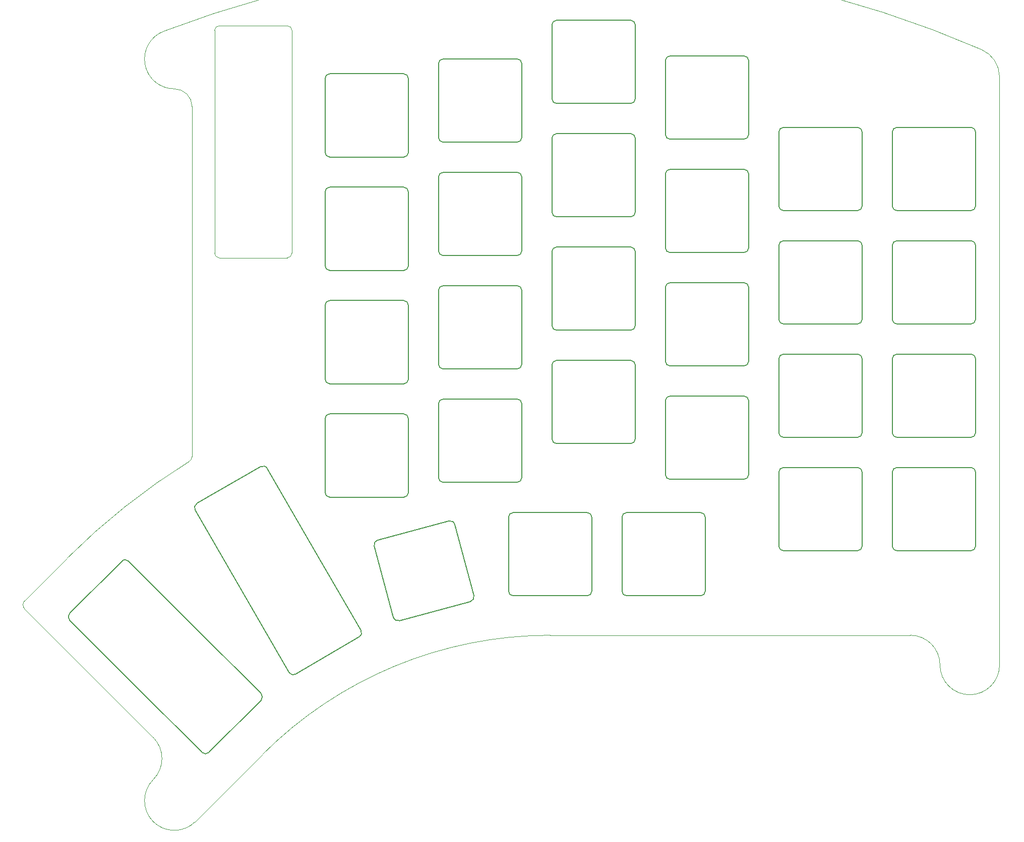
<source format=gm1>
%TF.GenerationSoftware,KiCad,Pcbnew,5.1.12-84ad8e8a86~92~ubuntu20.04.1*%
%TF.CreationDate,2021-11-16T23:53:40+01:00*%
%TF.ProjectId,LergoTopPlate_Alu,4c657267-6f54-46f7-9050-6c6174655f41,v1.A*%
%TF.SameCoordinates,Original*%
%TF.FileFunction,Profile,NP*%
%FSLAX46Y46*%
G04 Gerber Fmt 4.6, Leading zero omitted, Abs format (unit mm)*
G04 Created by KiCad (PCBNEW 5.1.12-84ad8e8a86~92~ubuntu20.04.1) date 2021-11-16 23:53:40*
%MOMM*%
%LPD*%
G01*
G04 APERTURE LIST*
%TA.AperFunction,Profile*%
%ADD10C,0.120000*%
%TD*%
%TA.AperFunction,Profile*%
%ADD11C,0.100000*%
%TD*%
%TA.AperFunction,Profile*%
%ADD12C,0.150000*%
%TD*%
G04 APERTURE END LIST*
D10*
X73524848Y-127344018D02*
G75*
G02*
X73524848Y-125929804I707107J707107D01*
G01*
D11*
X95103365Y-148922535D02*
G75*
G02*
X95103365Y-155993603I-3535534J-3535534D01*
G01*
X102174433Y-163064671D02*
G75*
G02*
X95103365Y-155993603I-3535534J3535534D01*
G01*
X98641295Y-39932170D02*
G75*
G02*
X101614896Y-42905771I0J-2973601D01*
G01*
X98641295Y-39932170D02*
G75*
G02*
X96852971Y-30262004I-2396J4999999D01*
G01*
X222220381Y-131740000D02*
G75*
G02*
X227220381Y-136740000I0J-5000000D01*
G01*
X237220381Y-136740000D02*
G75*
G02*
X227220381Y-136740000I-5000000J0D01*
G01*
X101614896Y-101696929D02*
G75*
G02*
X101143092Y-102545766I-1000000J286D01*
G01*
X101614896Y-42905771D02*
X101614896Y-101696929D01*
X234214126Y-33343544D02*
G75*
G02*
X237220381Y-37928844I-1993745J-4585300D01*
G01*
X96852971Y-30262005D02*
G75*
G02*
X234214126Y-33343544I64907410J-169731595D01*
G01*
X80612709Y-118841943D02*
G75*
G02*
X101143092Y-102545766I81147672J-81151657D01*
G01*
X73524848Y-125929804D02*
X80612709Y-118841943D01*
X95103365Y-148922535D02*
X73524848Y-127344018D01*
X113500343Y-151733562D02*
X102174433Y-163064671D01*
X113500343Y-151733562D02*
G75*
G02*
X161760381Y-131743600I48260038J-48260038D01*
G01*
X161760381Y-131743600D02*
X222220381Y-131740000D01*
X237220381Y-37928844D02*
X237220381Y-136740000D01*
D10*
X118400000Y-67527500D02*
G75*
G02*
X117600000Y-68327500I-800000J0D01*
G01*
X105400000Y-30127500D02*
G75*
G02*
X106200000Y-29327500I800000J0D01*
G01*
X106200000Y-68327500D02*
G75*
G02*
X105400000Y-67527500I0J800000D01*
G01*
X117600000Y-29327500D02*
G75*
G02*
X118400000Y-30127500I0J-800000D01*
G01*
X106200000Y-29327500D02*
X117600000Y-29327500D01*
X118400000Y-30127500D02*
X118400000Y-67527500D01*
X117600000Y-68327500D02*
X106200000Y-68327500D01*
X105400000Y-67527500D02*
X105400000Y-30127500D01*
D12*
X102133166Y-110719906D02*
G75*
G02*
X102425987Y-109627085I692821J400000D01*
G01*
X113164703Y-103427086D02*
G75*
G02*
X114257523Y-103719906I400000J-692820D01*
G01*
X129982524Y-130956404D02*
G75*
G02*
X129689703Y-132049225I-692821J-400000D01*
G01*
X118950987Y-138249224D02*
G75*
G02*
X117858167Y-137956404I-400000J692820D01*
G01*
X102133167Y-110719906D02*
X109995667Y-124338155D01*
X113164703Y-103427085D02*
X102425987Y-109627085D01*
X122120023Y-117338155D02*
X114257523Y-103719906D01*
X109995667Y-124338155D02*
X117858167Y-137956404D01*
X118950987Y-138249225D02*
X129689703Y-132049225D01*
X129982523Y-130956404D02*
X122120023Y-117338155D01*
X81066411Y-129195141D02*
G75*
G02*
X81066411Y-128063769I565686J565686D01*
G01*
X89834535Y-119295646D02*
G75*
G02*
X90965906Y-119295645I565686J-565685D01*
G01*
X113204415Y-141534153D02*
G75*
G02*
X113204415Y-142665525I-565686J-565686D01*
G01*
X104436291Y-151433648D02*
G75*
G02*
X103304920Y-151433649I-565686J565685D01*
G01*
X81066411Y-129195140D02*
X92185666Y-140314394D01*
X89834535Y-119295645D02*
X81066411Y-128063769D01*
X102085160Y-130414900D02*
X90965906Y-119295645D01*
X92185666Y-140314394D02*
X103304920Y-151433649D01*
X104436291Y-151433649D02*
X113204415Y-142665525D01*
X113204415Y-141534154D02*
X102085160Y-130414900D01*
X174610000Y-125120000D02*
G75*
G02*
X173810000Y-124320000I0J800000D01*
G01*
X187010000Y-111120000D02*
G75*
G02*
X187810000Y-111920000I0J-800000D01*
G01*
X187810000Y-124320000D02*
G75*
G02*
X187010000Y-125120000I-800000J0D01*
G01*
X173810000Y-111920000D02*
G75*
G02*
X174610000Y-111120000I800000J0D01*
G01*
X173810000Y-111920000D02*
X173810000Y-124320000D01*
X187810000Y-124320000D02*
X187810000Y-111920000D01*
X187010000Y-111120000D02*
X174610000Y-111120000D01*
X174610000Y-125120000D02*
X187010000Y-125120000D01*
X155560000Y-111120000D02*
G75*
G03*
X154760000Y-111920000I0J-800000D01*
G01*
X167960000Y-125120000D02*
G75*
G03*
X168760000Y-124320000I0J800000D01*
G01*
X168760000Y-111920000D02*
G75*
G03*
X167960000Y-111120000I-800000J0D01*
G01*
X154760000Y-124320000D02*
G75*
G03*
X155560000Y-125120000I800000J0D01*
G01*
X154760000Y-124320000D02*
X154760000Y-111920000D01*
X168760000Y-111920000D02*
X168760000Y-124320000D01*
X167960000Y-125120000D02*
X155560000Y-125120000D01*
X155560000Y-111120000D02*
X167960000Y-111120000D01*
X136397993Y-129276159D02*
G75*
G02*
X135418197Y-128710473I-207055J772741D01*
G01*
X144752007Y-112543841D02*
G75*
G02*
X145731803Y-113109527I207055J-772741D01*
G01*
X148941159Y-125087007D02*
G75*
G02*
X148375473Y-126066803I-772741J-207055D01*
G01*
X132208841Y-116732993D02*
G75*
G02*
X132774527Y-115753197I772741J207055D01*
G01*
X132208841Y-116732993D02*
X135418197Y-128710473D01*
X148941159Y-125087007D02*
X145731803Y-113109527D01*
X144752007Y-112543841D02*
X132774527Y-115753197D01*
X136397993Y-129276159D02*
X148375473Y-126066803D01*
X220000000Y-117550000D02*
G75*
G02*
X219200000Y-116750000I0J800000D01*
G01*
X232400000Y-103550000D02*
G75*
G02*
X233200000Y-104350000I0J-800000D01*
G01*
X233200000Y-116750000D02*
G75*
G02*
X232400000Y-117550000I-800000J0D01*
G01*
X219200000Y-104350000D02*
G75*
G02*
X220000000Y-103550000I800000J0D01*
G01*
X219200000Y-104350000D02*
X219200000Y-116750000D01*
X233200000Y-116750000D02*
X233200000Y-104350000D01*
X232400000Y-103550000D02*
X220000000Y-103550000D01*
X220000000Y-117550000D02*
X232400000Y-117550000D01*
X220000000Y-98500000D02*
G75*
G02*
X219200000Y-97700000I0J800000D01*
G01*
X232400000Y-84500000D02*
G75*
G02*
X233200000Y-85300000I0J-800000D01*
G01*
X233200000Y-97700000D02*
G75*
G02*
X232400000Y-98500000I-800000J0D01*
G01*
X219200000Y-85300000D02*
G75*
G02*
X220000000Y-84500000I800000J0D01*
G01*
X219200000Y-85300000D02*
X219200000Y-97700000D01*
X233200000Y-97700000D02*
X233200000Y-85300000D01*
X232400000Y-84500000D02*
X220000000Y-84500000D01*
X220000000Y-98500000D02*
X232400000Y-98500000D01*
X220000000Y-79450000D02*
G75*
G02*
X219200000Y-78650000I0J800000D01*
G01*
X232400000Y-65450000D02*
G75*
G02*
X233200000Y-66250000I0J-800000D01*
G01*
X233200000Y-78650000D02*
G75*
G02*
X232400000Y-79450000I-800000J0D01*
G01*
X219200000Y-66250000D02*
G75*
G02*
X220000000Y-65450000I800000J0D01*
G01*
X219200000Y-66250000D02*
X219200000Y-78650000D01*
X233200000Y-78650000D02*
X233200000Y-66250000D01*
X232400000Y-65450000D02*
X220000000Y-65450000D01*
X220000000Y-79450000D02*
X232400000Y-79450000D01*
X220000000Y-60400000D02*
G75*
G02*
X219200000Y-59600000I0J800000D01*
G01*
X232400000Y-46400000D02*
G75*
G02*
X233200000Y-47200000I0J-800000D01*
G01*
X233200000Y-59600000D02*
G75*
G02*
X232400000Y-60400000I-800000J0D01*
G01*
X219200000Y-47200000D02*
G75*
G02*
X220000000Y-46400000I800000J0D01*
G01*
X219200000Y-47200000D02*
X219200000Y-59600000D01*
X233200000Y-59600000D02*
X233200000Y-47200000D01*
X232400000Y-46400000D02*
X220000000Y-46400000D01*
X220000000Y-60400000D02*
X232400000Y-60400000D01*
X156200000Y-53950000D02*
G75*
G02*
X157000000Y-54750000I0J-800000D01*
G01*
X143800000Y-67950000D02*
G75*
G02*
X143000000Y-67150000I0J800000D01*
G01*
X157000000Y-67150000D02*
G75*
G02*
X156200000Y-67950000I-800000J0D01*
G01*
X143000000Y-54750000D02*
G75*
G02*
X143800000Y-53950000I800000J0D01*
G01*
X143000000Y-54750000D02*
X143000000Y-67150000D01*
X143800000Y-67950000D02*
X156200000Y-67950000D01*
X157000000Y-67150000D02*
X157000000Y-54750000D01*
X156200000Y-53950000D02*
X143800000Y-53950000D01*
X213350000Y-65450000D02*
G75*
G02*
X214150000Y-66250000I0J-800000D01*
G01*
X200950000Y-79450000D02*
G75*
G02*
X200150000Y-78650000I0J800000D01*
G01*
X214150000Y-78650000D02*
G75*
G02*
X213350000Y-79450000I-800000J0D01*
G01*
X200150000Y-66250000D02*
G75*
G02*
X200950000Y-65450000I800000J0D01*
G01*
X200150000Y-66250000D02*
X200150000Y-78650000D01*
X200950000Y-79450000D02*
X213350000Y-79450000D01*
X214150000Y-78650000D02*
X214150000Y-66250000D01*
X213350000Y-65450000D02*
X200950000Y-65450000D01*
X213350000Y-84500000D02*
G75*
G02*
X214150000Y-85300000I0J-800000D01*
G01*
X200950000Y-98500000D02*
G75*
G02*
X200150000Y-97700000I0J800000D01*
G01*
X214150000Y-97700000D02*
G75*
G02*
X213350000Y-98500000I-800000J0D01*
G01*
X200150000Y-85300000D02*
G75*
G02*
X200950000Y-84500000I800000J0D01*
G01*
X200150000Y-85300000D02*
X200150000Y-97700000D01*
X200950000Y-98500000D02*
X213350000Y-98500000D01*
X214150000Y-97700000D02*
X214150000Y-85300000D01*
X213350000Y-84500000D02*
X200950000Y-84500000D01*
X194300000Y-72500000D02*
G75*
G02*
X195100000Y-73300000I0J-800000D01*
G01*
X181900000Y-86500000D02*
G75*
G02*
X181100000Y-85700000I0J800000D01*
G01*
X195100000Y-85700000D02*
G75*
G02*
X194300000Y-86500000I-800000J0D01*
G01*
X181100000Y-73300000D02*
G75*
G02*
X181900000Y-72500000I800000J0D01*
G01*
X181100000Y-73300000D02*
X181100000Y-85700000D01*
X181900000Y-86500000D02*
X194300000Y-86500000D01*
X195100000Y-85700000D02*
X195100000Y-73300000D01*
X194300000Y-72500000D02*
X181900000Y-72500000D01*
X175250000Y-66500000D02*
G75*
G02*
X176050000Y-67300000I0J-800000D01*
G01*
X162850000Y-80500000D02*
G75*
G02*
X162050000Y-79700000I0J800000D01*
G01*
X176050000Y-79700000D02*
G75*
G02*
X175250000Y-80500000I-800000J0D01*
G01*
X162050000Y-67300000D02*
G75*
G02*
X162850000Y-66500000I800000J0D01*
G01*
X162050000Y-67300000D02*
X162050000Y-79700000D01*
X162850000Y-80500000D02*
X175250000Y-80500000D01*
X176050000Y-79700000D02*
X176050000Y-67300000D01*
X175250000Y-66500000D02*
X162850000Y-66500000D01*
X137150000Y-75500000D02*
G75*
G02*
X137950000Y-76300000I0J-800000D01*
G01*
X124750000Y-89500000D02*
G75*
G02*
X123950000Y-88700000I0J800000D01*
G01*
X137950000Y-88700000D02*
G75*
G02*
X137150000Y-89500000I-800000J0D01*
G01*
X123950000Y-76300000D02*
G75*
G02*
X124750000Y-75500000I800000J0D01*
G01*
X123950000Y-76300000D02*
X123950000Y-88700000D01*
X124750000Y-89500000D02*
X137150000Y-89500000D01*
X137950000Y-88700000D02*
X137950000Y-76300000D01*
X137150000Y-75500000D02*
X124750000Y-75500000D01*
X156200000Y-73000000D02*
G75*
G02*
X157000000Y-73800000I0J-800000D01*
G01*
X143800000Y-87000000D02*
G75*
G02*
X143000000Y-86200000I0J800000D01*
G01*
X157000000Y-86200000D02*
G75*
G02*
X156200000Y-87000000I-800000J0D01*
G01*
X143000000Y-73800000D02*
G75*
G02*
X143800000Y-73000000I800000J0D01*
G01*
X143000000Y-73800000D02*
X143000000Y-86200000D01*
X143800000Y-87000000D02*
X156200000Y-87000000D01*
X157000000Y-86200000D02*
X157000000Y-73800000D01*
X156200000Y-73000000D02*
X143800000Y-73000000D01*
X137150000Y-94550000D02*
G75*
G02*
X137950000Y-95350000I0J-800000D01*
G01*
X124750000Y-108550000D02*
G75*
G02*
X123950000Y-107750000I0J800000D01*
G01*
X137950000Y-107750000D02*
G75*
G02*
X137150000Y-108550000I-800000J0D01*
G01*
X123950000Y-95350000D02*
G75*
G02*
X124750000Y-94550000I800000J0D01*
G01*
X123950000Y-95350000D02*
X123950000Y-107750000D01*
X124750000Y-108550000D02*
X137150000Y-108550000D01*
X137950000Y-107750000D02*
X137950000Y-95350000D01*
X137150000Y-94550000D02*
X124750000Y-94550000D01*
X137150000Y-56450000D02*
G75*
G02*
X137950000Y-57250000I0J-800000D01*
G01*
X124750000Y-70450000D02*
G75*
G02*
X123950000Y-69650000I0J800000D01*
G01*
X137950000Y-69650000D02*
G75*
G02*
X137150000Y-70450000I-800000J0D01*
G01*
X123950000Y-57250000D02*
G75*
G02*
X124750000Y-56450000I800000J0D01*
G01*
X123950000Y-57250000D02*
X123950000Y-69650000D01*
X124750000Y-70450000D02*
X137150000Y-70450000D01*
X137950000Y-69650000D02*
X137950000Y-57250000D01*
X137150000Y-56450000D02*
X124750000Y-56450000D01*
X156200000Y-34900000D02*
G75*
G02*
X157000000Y-35700000I0J-800000D01*
G01*
X143800000Y-48900000D02*
G75*
G02*
X143000000Y-48100000I0J800000D01*
G01*
X157000000Y-48100000D02*
G75*
G02*
X156200000Y-48900000I-800000J0D01*
G01*
X143000000Y-35700000D02*
G75*
G02*
X143800000Y-34900000I800000J0D01*
G01*
X143000000Y-35700000D02*
X143000000Y-48100000D01*
X143800000Y-48900000D02*
X156200000Y-48900000D01*
X157000000Y-48100000D02*
X157000000Y-35700000D01*
X156200000Y-34900000D02*
X143800000Y-34900000D01*
X175250000Y-85550000D02*
G75*
G02*
X176050000Y-86350000I0J-800000D01*
G01*
X162850000Y-99550000D02*
G75*
G02*
X162050000Y-98750000I0J800000D01*
G01*
X176050000Y-98750000D02*
G75*
G02*
X175250000Y-99550000I-800000J0D01*
G01*
X162050000Y-86350000D02*
G75*
G02*
X162850000Y-85550000I800000J0D01*
G01*
X162050000Y-86350000D02*
X162050000Y-98750000D01*
X162850000Y-99550000D02*
X175250000Y-99550000D01*
X176050000Y-98750000D02*
X176050000Y-86350000D01*
X175250000Y-85550000D02*
X162850000Y-85550000D01*
X175250000Y-47450000D02*
G75*
G02*
X176050000Y-48250000I0J-800000D01*
G01*
X162850000Y-61450000D02*
G75*
G02*
X162050000Y-60650000I0J800000D01*
G01*
X176050000Y-60650000D02*
G75*
G02*
X175250000Y-61450000I-800000J0D01*
G01*
X162050000Y-48250000D02*
G75*
G02*
X162850000Y-47450000I800000J0D01*
G01*
X162050000Y-48250000D02*
X162050000Y-60650000D01*
X162850000Y-61450000D02*
X175250000Y-61450000D01*
X176050000Y-60650000D02*
X176050000Y-48250000D01*
X175250000Y-47450000D02*
X162850000Y-47450000D01*
X175250000Y-28400000D02*
G75*
G02*
X176050000Y-29200000I0J-800000D01*
G01*
X162850000Y-42400000D02*
G75*
G02*
X162050000Y-41600000I0J800000D01*
G01*
X176050000Y-41600000D02*
G75*
G02*
X175250000Y-42400000I-800000J0D01*
G01*
X162050000Y-29200000D02*
G75*
G02*
X162850000Y-28400000I800000J0D01*
G01*
X162050000Y-29200000D02*
X162050000Y-41600000D01*
X162850000Y-42400000D02*
X175250000Y-42400000D01*
X176050000Y-41600000D02*
X176050000Y-29200000D01*
X175250000Y-28400000D02*
X162850000Y-28400000D01*
X194300000Y-91550000D02*
G75*
G02*
X195100000Y-92350000I0J-800000D01*
G01*
X181900000Y-105550000D02*
G75*
G02*
X181100000Y-104750000I0J800000D01*
G01*
X195100000Y-104750000D02*
G75*
G02*
X194300000Y-105550000I-800000J0D01*
G01*
X181100000Y-92350000D02*
G75*
G02*
X181900000Y-91550000I800000J0D01*
G01*
X181100000Y-92350000D02*
X181100000Y-104750000D01*
X181900000Y-105550000D02*
X194300000Y-105550000D01*
X195100000Y-104750000D02*
X195100000Y-92350000D01*
X194300000Y-91550000D02*
X181900000Y-91550000D01*
X194300000Y-53450000D02*
G75*
G02*
X195100000Y-54250000I0J-800000D01*
G01*
X181900000Y-67450000D02*
G75*
G02*
X181100000Y-66650000I0J800000D01*
G01*
X195100000Y-66650000D02*
G75*
G02*
X194300000Y-67450000I-800000J0D01*
G01*
X181100000Y-54250000D02*
G75*
G02*
X181900000Y-53450000I800000J0D01*
G01*
X181100000Y-54250000D02*
X181100000Y-66650000D01*
X181900000Y-67450000D02*
X194300000Y-67450000D01*
X195100000Y-66650000D02*
X195100000Y-54250000D01*
X194300000Y-53450000D02*
X181900000Y-53450000D01*
X194300000Y-34400000D02*
G75*
G02*
X195100000Y-35200000I0J-800000D01*
G01*
X181900000Y-48400000D02*
G75*
G02*
X181100000Y-47600000I0J800000D01*
G01*
X195100000Y-47600000D02*
G75*
G02*
X194300000Y-48400000I-800000J0D01*
G01*
X181100000Y-35200000D02*
G75*
G02*
X181900000Y-34400000I800000J0D01*
G01*
X181100000Y-35200000D02*
X181100000Y-47600000D01*
X181900000Y-48400000D02*
X194300000Y-48400000D01*
X195100000Y-47600000D02*
X195100000Y-35200000D01*
X194300000Y-34400000D02*
X181900000Y-34400000D01*
X213350000Y-103550000D02*
G75*
G02*
X214150000Y-104350000I0J-800000D01*
G01*
X200950000Y-117550000D02*
G75*
G02*
X200150000Y-116750000I0J800000D01*
G01*
X214150000Y-116750000D02*
G75*
G02*
X213350000Y-117550000I-800000J0D01*
G01*
X200150000Y-104350000D02*
G75*
G02*
X200950000Y-103550000I800000J0D01*
G01*
X200150000Y-104350000D02*
X200150000Y-116750000D01*
X200950000Y-117550000D02*
X213350000Y-117550000D01*
X214150000Y-116750000D02*
X214150000Y-104350000D01*
X213350000Y-103550000D02*
X200950000Y-103550000D01*
X213350000Y-46400000D02*
G75*
G02*
X214150000Y-47200000I0J-800000D01*
G01*
X200950000Y-60400000D02*
G75*
G02*
X200150000Y-59600000I0J800000D01*
G01*
X214150000Y-59600000D02*
G75*
G02*
X213350000Y-60400000I-800000J0D01*
G01*
X200150000Y-47200000D02*
G75*
G02*
X200950000Y-46400000I800000J0D01*
G01*
X200150000Y-47200000D02*
X200150000Y-59600000D01*
X200950000Y-60400000D02*
X213350000Y-60400000D01*
X214150000Y-59600000D02*
X214150000Y-47200000D01*
X213350000Y-46400000D02*
X200950000Y-46400000D01*
X137150000Y-37400000D02*
G75*
G02*
X137950000Y-38200000I0J-800000D01*
G01*
X124750000Y-51400000D02*
G75*
G02*
X123950000Y-50600000I0J800000D01*
G01*
X137950000Y-50600000D02*
G75*
G02*
X137150000Y-51400000I-800000J0D01*
G01*
X123950000Y-38200000D02*
G75*
G02*
X124750000Y-37400000I800000J0D01*
G01*
X123950000Y-38200000D02*
X123950000Y-50600000D01*
X124750000Y-51400000D02*
X137150000Y-51400000D01*
X137950000Y-50600000D02*
X137950000Y-38200000D01*
X137150000Y-37400000D02*
X124750000Y-37400000D01*
X156200000Y-92050000D02*
G75*
G02*
X157000000Y-92850000I0J-800000D01*
G01*
X143800000Y-106050000D02*
G75*
G02*
X143000000Y-105250000I0J800000D01*
G01*
X157000000Y-105250000D02*
G75*
G02*
X156200000Y-106050000I-800000J0D01*
G01*
X143000000Y-92850000D02*
G75*
G02*
X143800000Y-92050000I800000J0D01*
G01*
X143000000Y-92850000D02*
X143000000Y-105250000D01*
X143800000Y-106050000D02*
X156200000Y-106050000D01*
X157000000Y-105250000D02*
X157000000Y-92850000D01*
X156200000Y-92050000D02*
X143800000Y-92050000D01*
M02*

</source>
